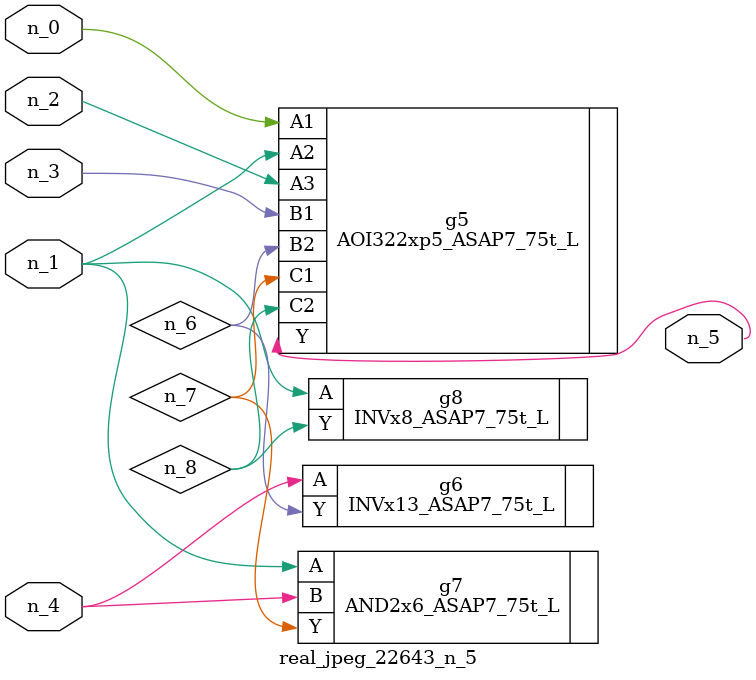
<source format=v>
module real_jpeg_22643_n_5 (n_4, n_0, n_1, n_2, n_3, n_5);

input n_4;
input n_0;
input n_1;
input n_2;
input n_3;

output n_5;

wire n_8;
wire n_6;
wire n_7;

AOI322xp5_ASAP7_75t_L g5 ( 
.A1(n_0),
.A2(n_1),
.A3(n_2),
.B1(n_3),
.B2(n_6),
.C1(n_7),
.C2(n_8),
.Y(n_5)
);

AND2x6_ASAP7_75t_L g7 ( 
.A(n_1),
.B(n_4),
.Y(n_7)
);

INVx8_ASAP7_75t_L g8 ( 
.A(n_1),
.Y(n_8)
);

INVx13_ASAP7_75t_L g6 ( 
.A(n_4),
.Y(n_6)
);


endmodule
</source>
